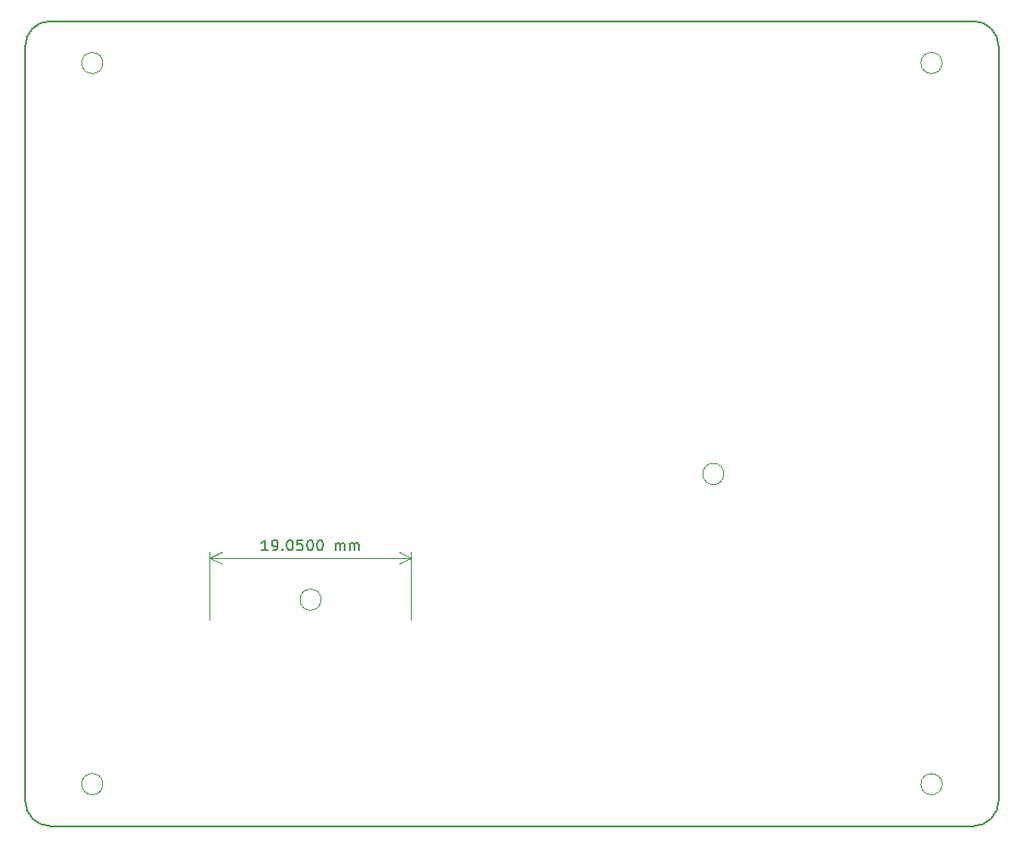
<source format=gm1>
G04 #@! TF.GenerationSoftware,KiCad,Pcbnew,(6.0.9)*
G04 #@! TF.CreationDate,2023-04-02T22:45:38-05:00*
G04 #@! TF.ProjectId,Navigation Keys,4e617669-6761-4746-996f-6e204b657973,rev?*
G04 #@! TF.SameCoordinates,Original*
G04 #@! TF.FileFunction,Profile,NP*
%FSLAX46Y46*%
G04 Gerber Fmt 4.6, Leading zero omitted, Abs format (unit mm)*
G04 Created by KiCad (PCBNEW (6.0.9)) date 2023-04-02 22:45:38*
%MOMM*%
%LPD*%
G01*
G04 APERTURE LIST*
G04 #@! TA.AperFunction,Profile*
%ADD10C,0.150000*%
G04 #@! TD*
G04 #@! TA.AperFunction,Profile*
%ADD11C,0.100000*%
G04 #@! TD*
%ADD12C,0.150000*%
G04 APERTURE END LIST*
D10*
X126206250Y-134937500D02*
G75*
G03*
X128587500Y-137318750I2381250J0D01*
G01*
X218281250Y-63500000D02*
X218281250Y-134937500D01*
D11*
X133556250Y-133350000D02*
G75*
G03*
X133556250Y-133350000I-1000000J0D01*
G01*
D10*
X128587500Y-61118750D02*
G75*
G03*
X126206250Y-63500000I0J-2381250D01*
G01*
D11*
X192293750Y-103981250D02*
G75*
G03*
X192293750Y-103981250I-1000000J0D01*
G01*
X212931250Y-133350000D02*
G75*
G03*
X212931250Y-133350000I-1000000J0D01*
G01*
D10*
X215900000Y-137318750D02*
G75*
G03*
X218281250Y-134937500I0J2381250D01*
G01*
X126206250Y-63500000D02*
X126206250Y-134937500D01*
X215900000Y-61118750D02*
X128587500Y-61118750D01*
D11*
X154193750Y-115887500D02*
G75*
G03*
X154193750Y-115887500I-1000000J0D01*
G01*
X133556250Y-65087500D02*
G75*
G03*
X133556250Y-65087500I-1000000J0D01*
G01*
D10*
X218281250Y-63500000D02*
G75*
G03*
X215900000Y-61118750I-2381250J0D01*
G01*
X128587500Y-137318750D02*
X215900000Y-137318750D01*
D11*
X212931250Y-65087500D02*
G75*
G03*
X212931250Y-65087500I-1000000J0D01*
G01*
D12*
X149146130Y-111221130D02*
X148574702Y-111221130D01*
X148860416Y-111221130D02*
X148860416Y-110221130D01*
X148765178Y-110363988D01*
X148669940Y-110459226D01*
X148574702Y-110506845D01*
X149622321Y-111221130D02*
X149812797Y-111221130D01*
X149908035Y-111173511D01*
X149955654Y-111125892D01*
X150050892Y-110983035D01*
X150098511Y-110792559D01*
X150098511Y-110411607D01*
X150050892Y-110316369D01*
X150003273Y-110268750D01*
X149908035Y-110221130D01*
X149717559Y-110221130D01*
X149622321Y-110268750D01*
X149574702Y-110316369D01*
X149527083Y-110411607D01*
X149527083Y-110649702D01*
X149574702Y-110744940D01*
X149622321Y-110792559D01*
X149717559Y-110840178D01*
X149908035Y-110840178D01*
X150003273Y-110792559D01*
X150050892Y-110744940D01*
X150098511Y-110649702D01*
X150527083Y-111125892D02*
X150574702Y-111173511D01*
X150527083Y-111221130D01*
X150479464Y-111173511D01*
X150527083Y-111125892D01*
X150527083Y-111221130D01*
X151193750Y-110221130D02*
X151288988Y-110221130D01*
X151384226Y-110268750D01*
X151431845Y-110316369D01*
X151479464Y-110411607D01*
X151527083Y-110602083D01*
X151527083Y-110840178D01*
X151479464Y-111030654D01*
X151431845Y-111125892D01*
X151384226Y-111173511D01*
X151288988Y-111221130D01*
X151193750Y-111221130D01*
X151098511Y-111173511D01*
X151050892Y-111125892D01*
X151003273Y-111030654D01*
X150955654Y-110840178D01*
X150955654Y-110602083D01*
X151003273Y-110411607D01*
X151050892Y-110316369D01*
X151098511Y-110268750D01*
X151193750Y-110221130D01*
X152431845Y-110221130D02*
X151955654Y-110221130D01*
X151908035Y-110697321D01*
X151955654Y-110649702D01*
X152050892Y-110602083D01*
X152288988Y-110602083D01*
X152384226Y-110649702D01*
X152431845Y-110697321D01*
X152479464Y-110792559D01*
X152479464Y-111030654D01*
X152431845Y-111125892D01*
X152384226Y-111173511D01*
X152288988Y-111221130D01*
X152050892Y-111221130D01*
X151955654Y-111173511D01*
X151908035Y-111125892D01*
X153098511Y-110221130D02*
X153193750Y-110221130D01*
X153288988Y-110268750D01*
X153336607Y-110316369D01*
X153384226Y-110411607D01*
X153431845Y-110602083D01*
X153431845Y-110840178D01*
X153384226Y-111030654D01*
X153336607Y-111125892D01*
X153288988Y-111173511D01*
X153193750Y-111221130D01*
X153098511Y-111221130D01*
X153003273Y-111173511D01*
X152955654Y-111125892D01*
X152908035Y-111030654D01*
X152860416Y-110840178D01*
X152860416Y-110602083D01*
X152908035Y-110411607D01*
X152955654Y-110316369D01*
X153003273Y-110268750D01*
X153098511Y-110221130D01*
X154050892Y-110221130D02*
X154146130Y-110221130D01*
X154241369Y-110268750D01*
X154288988Y-110316369D01*
X154336607Y-110411607D01*
X154384226Y-110602083D01*
X154384226Y-110840178D01*
X154336607Y-111030654D01*
X154288988Y-111125892D01*
X154241369Y-111173511D01*
X154146130Y-111221130D01*
X154050892Y-111221130D01*
X153955654Y-111173511D01*
X153908035Y-111125892D01*
X153860416Y-111030654D01*
X153812797Y-110840178D01*
X153812797Y-110602083D01*
X153860416Y-110411607D01*
X153908035Y-110316369D01*
X153955654Y-110268750D01*
X154050892Y-110221130D01*
X155574702Y-111221130D02*
X155574702Y-110554464D01*
X155574702Y-110649702D02*
X155622321Y-110602083D01*
X155717559Y-110554464D01*
X155860416Y-110554464D01*
X155955654Y-110602083D01*
X156003273Y-110697321D01*
X156003273Y-111221130D01*
X156003273Y-110697321D02*
X156050892Y-110602083D01*
X156146130Y-110554464D01*
X156288988Y-110554464D01*
X156384226Y-110602083D01*
X156431845Y-110697321D01*
X156431845Y-111221130D01*
X156908035Y-111221130D02*
X156908035Y-110554464D01*
X156908035Y-110649702D02*
X156955654Y-110602083D01*
X157050892Y-110554464D01*
X157193750Y-110554464D01*
X157288988Y-110602083D01*
X157336607Y-110697321D01*
X157336607Y-111221130D01*
X157336607Y-110697321D02*
X157384226Y-110602083D01*
X157479464Y-110554464D01*
X157622321Y-110554464D01*
X157717559Y-110602083D01*
X157765178Y-110697321D01*
X157765178Y-111221130D01*
D11*
X162718750Y-117768750D02*
X162718750Y-111332330D01*
X143668750Y-117768750D02*
X143668750Y-111332330D01*
X162718750Y-111918750D02*
X143668750Y-111918750D01*
X162718750Y-111918750D02*
X143668750Y-111918750D01*
X162718750Y-111918750D02*
X161592246Y-111332329D01*
X162718750Y-111918750D02*
X161592246Y-112505171D01*
X143668750Y-111918750D02*
X144795254Y-112505171D01*
X143668750Y-111918750D02*
X144795254Y-111332329D01*
M02*

</source>
